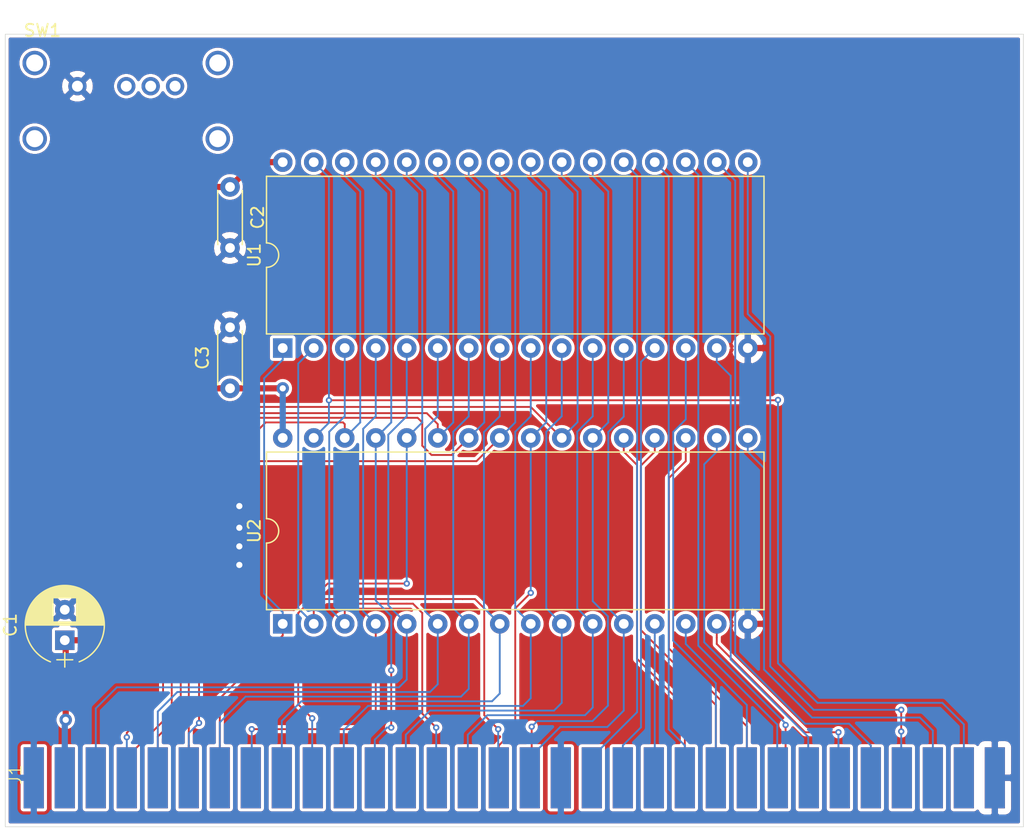
<source format=kicad_pcb>
(kicad_pcb (version 20171130) (host pcbnew "(5.1.0)-1")
  (layers (0 F.Cu signal) (31 B.Cu signal) (34 B.Paste user) (35 F.Paste user) (36 B.SilkS user) (37 F.SilkS user) (38 B.Mask user) (39 F.Mask user) (44 Edge.Cuts user))
  (net 0 "")
  (net 1 GND)
  (net 2 VCC)
  (net 3 /A8)
  (net 4 /A11)
  (net 5 /A7)
  (net 6 /A12)
  (net 7 /A6)
  (net 8 /A13)
  (net 9 /A5)
  (net 10 /A14)
  (net 11 /A4)
  (net 12 /A15)
  (net 13 /A3)
  (net 14 /A16)
  (net 15 /A2)
  (net 16 /A17)
  (net 17 /A1)
  (net 18 /D7)
  (net 19 /D0)
  (net 20 /D8)
  (net 21 /D6)
  (net 22 /D1)
  (net 23 /D9)
  (net 24 /D5)
  (net 25 /D2)
  (net 26 /D10)
  (net 27 /D4)
  (net 28 /D3)
  (net 29 /D11)
  (net 30 /~WE)
  (net 31 /A9)
  (net 32 /A10)
  (net 33 /A18)
  (net 34 /A19)
  (net 35 /~OE)
  (net 36 /~CE)
  (net 37 /D15)
  (net 38 /D14)
  (net 39 /D13)
  (net 40 /D12)
  (module Package_DIP:DIP-32_W15.24mm (layer F.Cu) (at 120.396 84.836 90)
    (fp_text reference U2 (at 7.62 -2.33 -90) (layer F.SilkS))
    (fp_text value my_SST39SF040)
    (pad 32 thru_hole oval (at 15.24 0 90) (size 1.6 1.6) (drill 0.8) (layers *.Cu *.Mask) (net 2 VCC))
    (pad 16 thru_hole oval (at 0 38.1 90) (size 1.6 1.6) (drill 0.8) (layers *.Cu *.Mask) (net 1 GND))
    (pad 31 thru_hole oval (at 15.24 2.54 90) (size 1.6 1.6) (drill 0.8) (layers *.Cu *.Mask) (net 30 /~WE))
    (pad 15 thru_hole oval (at 0 35.56 90) (size 1.6 1.6) (drill 0.8) (layers *.Cu *.Mask) (net 26 /D10))
    (pad 30 thru_hole oval (at 15.24 5.08 90) (size 1.6 1.6) (drill 0.8) (layers *.Cu *.Mask) (net 33 /A18))
    (pad 14 thru_hole oval (at 0 33.02 90) (size 1.6 1.6) (drill 0.8) (layers *.Cu *.Mask) (net 23 /D9))
    (pad 29 thru_hole oval (at 15.24 7.62 90) (size 1.6 1.6) (drill 0.8) (layers *.Cu *.Mask) (net 12 /A15))
    (pad 13 thru_hole oval (at 0 30.48 90) (size 1.6 1.6) (drill 0.8) (layers *.Cu *.Mask) (net 20 /D8))
    (pad 28 thru_hole oval (at 15.24 10.16 90) (size 1.6 1.6) (drill 0.8) (layers *.Cu *.Mask) (net 10 /A14))
    (pad 12 thru_hole oval (at 0 27.94 90) (size 1.6 1.6) (drill 0.8) (layers *.Cu *.Mask) (net 17 /A1))
    (pad 27 thru_hole oval (at 15.24 12.7 90) (size 1.6 1.6) (drill 0.8) (layers *.Cu *.Mask) (net 31 /A9))
    (pad 11 thru_hole oval (at 0 25.4 90) (size 1.6 1.6) (drill 0.8) (layers *.Cu *.Mask) (net 15 /A2))
    (pad 26 thru_hole oval (at 15.24 15.24 90) (size 1.6 1.6) (drill 0.8) (layers *.Cu *.Mask) (net 32 /A10))
    (pad 10 thru_hole oval (at 0 22.86 90) (size 1.6 1.6) (drill 0.8) (layers *.Cu *.Mask) (net 13 /A3))
    (pad 25 thru_hole oval (at 15.24 17.78 90) (size 1.6 1.6) (drill 0.8) (layers *.Cu *.Mask) (net 6 /A12))
    (pad 9 thru_hole oval (at 0 20.32 90) (size 1.6 1.6) (drill 0.8) (layers *.Cu *.Mask) (net 11 /A4))
    (pad 24 thru_hole oval (at 15.24 20.32 90) (size 1.6 1.6) (drill 0.8) (layers *.Cu *.Mask) (net 35 /~OE))
    (pad 8 thru_hole oval (at 0 17.78 90) (size 1.6 1.6) (drill 0.8) (layers *.Cu *.Mask) (net 9 /A5))
    (pad 23 thru_hole oval (at 15.24 22.86 90) (size 1.6 1.6) (drill 0.8) (layers *.Cu *.Mask) (net 4 /A11))
    (pad 7 thru_hole oval (at 0 15.24 90) (size 1.6 1.6) (drill 0.8) (layers *.Cu *.Mask) (net 7 /A6))
    (pad 22 thru_hole oval (at 15.24 25.4 90) (size 1.6 1.6) (drill 0.8) (layers *.Cu *.Mask) (net 36 /~CE))
    (pad 6 thru_hole oval (at 0 12.7 90) (size 1.6 1.6) (drill 0.8) (layers *.Cu *.Mask) (net 5 /A7))
    (pad 21 thru_hole oval (at 15.24 27.94 90) (size 1.6 1.6) (drill 0.8) (layers *.Cu *.Mask) (net 37 /D15))
    (pad 5 thru_hole oval (at 0 10.16 90) (size 1.6 1.6) (drill 0.8) (layers *.Cu *.Mask) (net 3 /A8))
    (pad 20 thru_hole oval (at 15.24 30.48 90) (size 1.6 1.6) (drill 0.8) (layers *.Cu *.Mask) (net 38 /D14))
    (pad 4 thru_hole oval (at 0 7.62 90) (size 1.6 1.6) (drill 0.8) (layers *.Cu *.Mask) (net 8 /A13))
    (pad 19 thru_hole oval (at 15.24 33.02 90) (size 1.6 1.6) (drill 0.8) (layers *.Cu *.Mask) (net 39 /D13))
    (pad 3 thru_hole oval (at 0 5.08 90) (size 1.6 1.6) (drill 0.8) (layers *.Cu *.Mask) (net 14 /A16))
    (pad 18 thru_hole oval (at 15.24 35.56 90) (size 1.6 1.6) (drill 0.8) (layers *.Cu *.Mask) (net 40 /D12))
    (pad 2 thru_hole oval (at 0 2.54 90) (size 1.6 1.6) (drill 0.8) (layers *.Cu *.Mask) (net 16 /A17))
    (pad 17 thru_hole oval (at 15.24 38.1 90) (size 1.6 1.6) (drill 0.8) (layers *.Cu *.Mask) (net 29 /D11))
    (pad 1 thru_hole rect (at 0 0 90) (size 1.6 1.6) (drill 0.8) (layers *.Cu *.Mask) (net 34 /A19))
  )
  (module Capacitors_ThroughHole:C_Disc_D4.3mm_W1.9mm_P5.00mm (layer F.Cu) (at 116.078 65.532 90)
    (fp_text reference C3 (at 2.5 -2.26 90) (layer F.SilkS))
    (fp_text value "0.1 uF")
    (pad 2 thru_hole circle (at 5 0 90) (size 1.6 1.6) (drill 0.8) (layers *.Cu *.Mask) (net 1 GND))
    (pad 1 thru_hole circle (at 0 0 90) (size 1.6 1.6) (drill 0.8) (layers *.Cu *.Mask) (net 2 VCC))
  )
  (module Capacitors_ThroughHole:C_Disc_D4.3mm_W1.9mm_P5.00mm (layer F.Cu) (at 116.078 49.022 270)
    (fp_text reference C2 (at 2.5 -2.26 270) (layer F.SilkS))
    (fp_text value "0.1 uF")
    (pad 1 thru_hole circle (at 0 0 270) (size 1.6 1.6) (drill 0.8) (layers *.Cu *.Mask) (net 2 VCC))
    (pad 2 thru_hole circle (at 5 0 270) (size 1.6 1.6) (drill 0.8) (layers *.Cu *.Mask) (net 1 GND))
  )
  (module Capacitors_ThroughHole:CP_Radial_D6.3mm_P2.50mm (layer F.Cu) (at 102.5398 86.1822 90)
    (fp_text reference C1 (at 1.25 -4.46 90) (layer F.SilkS))
    (fp_text value "47 uF")
    (pad 1 thru_hole rect (at 0 0 90) (size 1.6 1.6) (drill 0.8) (layers *.Cu *.Mask) (net 2 VCC))
    (pad 2 thru_hole circle (at 2.5 0 90) (size 1.6 1.6) (drill 0.8) (layers *.Cu *.Mask) (net 1 GND))
  )
  (module Package_DIP:DIP-32_W15.24mm (layer F.Cu) (at 120.396 62.23 90)
    (fp_text reference U1 (at 7.62 -2.33 -90) (layer F.SilkS))
    (fp_text value my_SST39SF040)
    (pad 32 thru_hole oval (at 15.24 0 90) (size 1.6 1.6) (drill 0.8) (layers *.Cu *.Mask) (net 2 VCC))
    (pad 16 thru_hole oval (at 0 38.1 90) (size 1.6 1.6) (drill 0.8) (layers *.Cu *.Mask) (net 1 GND))
    (pad 31 thru_hole oval (at 15.24 2.54 90) (size 1.6 1.6) (drill 0.8) (layers *.Cu *.Mask) (net 30 /~WE))
    (pad 15 thru_hole oval (at 0 35.56 90) (size 1.6 1.6) (drill 0.8) (layers *.Cu *.Mask) (net 25 /D2))
    (pad 30 thru_hole oval (at 15.24 5.08 90) (size 1.6 1.6) (drill 0.8) (layers *.Cu *.Mask) (net 33 /A18))
    (pad 14 thru_hole oval (at 0 33.02 90) (size 1.6 1.6) (drill 0.8) (layers *.Cu *.Mask) (net 22 /D1))
    (pad 29 thru_hole oval (at 15.24 7.62 90) (size 1.6 1.6) (drill 0.8) (layers *.Cu *.Mask) (net 12 /A15))
    (pad 13 thru_hole oval (at 0 30.48 90) (size 1.6 1.6) (drill 0.8) (layers *.Cu *.Mask) (net 19 /D0))
    (pad 28 thru_hole oval (at 15.24 10.16 90) (size 1.6 1.6) (drill 0.8) (layers *.Cu *.Mask) (net 10 /A14))
    (pad 12 thru_hole oval (at 0 27.94 90) (size 1.6 1.6) (drill 0.8) (layers *.Cu *.Mask) (net 17 /A1))
    (pad 27 thru_hole oval (at 15.24 12.7 90) (size 1.6 1.6) (drill 0.8) (layers *.Cu *.Mask) (net 31 /A9))
    (pad 11 thru_hole oval (at 0 25.4 90) (size 1.6 1.6) (drill 0.8) (layers *.Cu *.Mask) (net 15 /A2))
    (pad 26 thru_hole oval (at 15.24 15.24 90) (size 1.6 1.6) (drill 0.8) (layers *.Cu *.Mask) (net 32 /A10))
    (pad 10 thru_hole oval (at 0 22.86 90) (size 1.6 1.6) (drill 0.8) (layers *.Cu *.Mask) (net 13 /A3))
    (pad 25 thru_hole oval (at 15.24 17.78 90) (size 1.6 1.6) (drill 0.8) (layers *.Cu *.Mask) (net 6 /A12))
    (pad 9 thru_hole oval (at 0 20.32 90) (size 1.6 1.6) (drill 0.8) (layers *.Cu *.Mask) (net 11 /A4))
    (pad 24 thru_hole oval (at 15.24 20.32 90) (size 1.6 1.6) (drill 0.8) (layers *.Cu *.Mask) (net 35 /~OE))
    (pad 8 thru_hole oval (at 0 17.78 90) (size 1.6 1.6) (drill 0.8) (layers *.Cu *.Mask) (net 9 /A5))
    (pad 23 thru_hole oval (at 15.24 22.86 90) (size 1.6 1.6) (drill 0.8) (layers *.Cu *.Mask) (net 4 /A11))
    (pad 7 thru_hole oval (at 0 15.24 90) (size 1.6 1.6) (drill 0.8) (layers *.Cu *.Mask) (net 7 /A6))
    (pad 22 thru_hole oval (at 15.24 25.4 90) (size 1.6 1.6) (drill 0.8) (layers *.Cu *.Mask) (net 36 /~CE))
    (pad 6 thru_hole oval (at 0 12.7 90) (size 1.6 1.6) (drill 0.8) (layers *.Cu *.Mask) (net 5 /A7))
    (pad 21 thru_hole oval (at 15.24 27.94 90) (size 1.6 1.6) (drill 0.8) (layers *.Cu *.Mask) (net 18 /D7))
    (pad 5 thru_hole oval (at 0 10.16 90) (size 1.6 1.6) (drill 0.8) (layers *.Cu *.Mask) (net 3 /A8))
    (pad 20 thru_hole oval (at 15.24 30.48 90) (size 1.6 1.6) (drill 0.8) (layers *.Cu *.Mask) (net 21 /D6))
    (pad 4 thru_hole oval (at 0 7.62 90) (size 1.6 1.6) (drill 0.8) (layers *.Cu *.Mask) (net 8 /A13))
    (pad 19 thru_hole oval (at 15.24 33.02 90) (size 1.6 1.6) (drill 0.8) (layers *.Cu *.Mask) (net 24 /D5))
    (pad 3 thru_hole oval (at 0 5.08 90) (size 1.6 1.6) (drill 0.8) (layers *.Cu *.Mask) (net 14 /A16))
    (pad 18 thru_hole oval (at 15.24 35.56 90) (size 1.6 1.6) (drill 0.8) (layers *.Cu *.Mask) (net 27 /D4))
    (pad 2 thru_hole oval (at 0 2.54 90) (size 1.6 1.6) (drill 0.8) (layers *.Cu *.Mask) (net 16 /A17))
    (pad 17 thru_hole oval (at 15.24 38.1 90) (size 1.6 1.6) (drill 0.8) (layers *.Cu *.Mask) (net 28 /D3))
    (pad 1 thru_hole rect (at 0 0 90) (size 1.6 1.6) (drill 0.8) (layers *.Cu *.Mask) (net 34 /A19))
  )
  (module Genesis_Cart:Genesis_cart_edge_connector (layer F.Cu) (at 100 100)
    (fp_text reference J1 (at -1.524 -2.794 90) (layer F.SilkS) (effects (font (thickness 0.1))))
    (fp_text value edge_connector)
    (pad a1 connect rect (at 0 -2.54) (size 1.65 5) (layers B.Cu F.Mask) (net 1 GND))
    (pad a2 connect rect (at 2.54 -2.54) (size 1.65 5) (layers B.Cu F.Mask) (net 2 VCC))
    (pad a3 connect rect (at 5.08 -2.54) (size 1.65 5) (layers B.Cu F.Mask) (net 3 /A8))
    (pad a4 connect rect (at 7.62 -2.54) (size 1.65 5) (layers B.Cu F.Mask) (net 4 /A11))
    (pad a5 connect rect (at 10.16 -2.54) (size 1.65 5) (layers B.Cu F.Mask) (net 5 /A7))
    (pad a6 connect rect (at 12.7 -2.54) (size 1.65 5) (layers B.Cu F.Mask) (net 6 /A12))
    (pad a7 connect rect (at 15.24 -2.54) (size 1.65 5) (layers B.Cu F.Mask) (net 7 /A6))
    (pad a8 connect rect (at 17.78 -2.54) (size 1.65 5) (layers B.Cu F.Mask) (net 8 /A13))
    (pad a9 connect rect (at 20.32 -2.54) (size 1.65 5) (layers B.Cu F.Mask) (net 9 /A5))
    (pad a10 connect rect (at 22.86 -2.54) (size 1.65 5) (layers B.Cu F.Mask) (net 10 /A14))
    (pad a11 connect rect (at 25.4 -2.54) (size 1.65 5) (layers B.Cu F.Mask) (net 11 /A4))
    (pad a12 connect rect (at 27.94 -2.54) (size 1.65 5) (layers B.Cu F.Mask) (net 12 /A15))
    (pad a13 connect rect (at 30.48 -2.54) (size 1.65 5) (layers B.Cu F.Mask) (net 13 /A3))
    (pad a14 connect rect (at 33.02 -2.54) (size 1.65 5) (layers B.Cu F.Mask) (net 14 /A16))
    (pad a15 connect rect (at 35.56 -2.54) (size 1.65 5) (layers B.Cu F.Mask) (net 15 /A2))
    (pad a16 connect rect (at 38.1 -2.54) (size 1.65 5) (layers B.Cu F.Mask) (net 16 /A17))
    (pad a17 connect rect (at 40.64 -2.54) (size 1.65 5) (layers B.Cu F.Mask) (net 17 /A1))
    (pad a18 connect rect (at 43.18 -2.54) (size 1.65 5) (layers B.Cu F.Mask) (net 1 GND))
    (pad a19 connect rect (at 45.72 -2.54) (size 1.65 5) (layers B.Cu F.Mask) (net 18 /D7))
    (pad a20 connect rect (at 48.26 -2.54) (size 1.65 5) (layers B.Cu F.Mask) (net 19 /D0))
    (pad a21 connect rect (at 50.8 -2.54) (size 1.65 5) (layers B.Cu F.Mask) (net 20 /D8))
    (pad a22 connect rect (at 53.34 -2.54) (size 1.65 5) (layers B.Cu F.Mask) (net 21 /D6))
    (pad a23 connect rect (at 55.88 -2.54) (size 1.65 5) (layers B.Cu F.Mask) (net 22 /D1))
    (pad a24 connect rect (at 58.42 -2.54) (size 1.65 5) (layers B.Cu F.Mask) (net 23 /D9))
    (pad a25 connect rect (at 60.96 -2.54) (size 1.65 5) (layers B.Cu F.Mask) (net 24 /D5))
    (pad a26 connect rect (at 63.5 -2.54) (size 1.65 5) (layers B.Cu F.Mask) (net 25 /D2))
    (pad a27 connect rect (at 66.04 -2.54) (size 1.65 5) (layers B.Cu F.Mask) (net 26 /D10))
    (pad a28 connect rect (at 68.58 -2.54) (size 1.65 5) (layers B.Cu F.Mask) (net 27 /D4))
    (pad a29 connect rect (at 71.12 -2.54) (size 1.65 5) (layers B.Cu F.Mask) (net 28 /D3))
    (pad a30 connect rect (at 73.66 -2.54) (size 1.65 5) (layers B.Cu F.Mask) (net 29 /D11))
    (pad a31 connect rect (at 76.2 -2.54) (size 1.65 5) (layers B.Cu F.Mask) (net 30 /~WE))
    (pad a32 connect rect (at 78.74 -2.54) (size 1.65 5) (layers B.Cu F.Mask) (net 1 GND))
    (pad b1 connect rect (at 0 -2.54) (size 1.65 5) (layers F.Cu F.Mask))
    (pad b2 connect rect (at 2.54 -2.54) (size 1.65 5) (layers F.Cu F.Mask))
    (pad b3 connect rect (at 5.08 -2.54) (size 1.65 5) (layers F.Cu F.Mask))
    (pad b4 connect rect (at 7.62 -2.54) (size 1.65 5) (layers F.Cu F.Mask) (net 31 /A9))
    (pad b5 connect rect (at 10.16 -2.54) (size 1.65 5) (layers F.Cu F.Mask) (net 32 /A10))
    (pad b6 connect rect (at 12.7 -2.54) (size 1.65 5) (layers F.Cu F.Mask) (net 33 /A18))
    (pad b7 connect rect (at 15.24 -2.54) (size 1.65 5) (layers F.Cu F.Mask) (net 34 /A19))
    (pad b8 connect rect (at 17.78 -2.54) (size 1.65 5) (layers F.Cu F.Mask))
    (pad b9 connect rect (at 20.32 -2.54) (size 1.65 5) (layers F.Cu F.Mask))
    (pad b10 connect rect (at 22.86 -2.54) (size 1.65 5) (layers F.Cu F.Mask))
    (pad b11 connect rect (at 25.4 -2.54) (size 1.65 5) (layers F.Cu F.Mask))
    (pad b12 connect rect (at 27.94 -2.54) (size 1.65 5) (layers F.Cu F.Mask))
    (pad b13 connect rect (at 30.48 -2.54) (size 1.65 5) (layers F.Cu F.Mask))
    (pad b14 connect rect (at 33.02 -2.54) (size 1.65 5) (layers F.Cu F.Mask))
    (pad b15 connect rect (at 35.56 -2.54) (size 1.65 5) (layers F.Cu F.Mask))
    (pad b16 connect rect (at 38.1 -2.54) (size 1.65 5) (layers F.Cu F.Mask) (net 35 /~OE))
    (pad b17 connect rect (at 40.64 -2.54) (size 1.65 5) (layers F.Cu F.Mask) (net 36 /~CE))
    (pad b18 connect rect (at 43.18 -2.54) (size 1.65 5) (layers F.Cu F.Mask))
    (pad b19 connect rect (at 45.72 -2.54) (size 1.65 5) (layers F.Cu F.Mask))
    (pad b20 connect rect (at 48.26 -2.54) (size 1.65 5) (layers F.Cu F.Mask))
    (pad b21 connect rect (at 50.8 -2.54) (size 1.65 5) (layers F.Cu F.Mask))
    (pad b22 connect rect (at 53.34 -2.54) (size 1.65 5) (layers F.Cu F.Mask) (net 37 /D15))
    (pad b23 connect rect (at 55.88 -2.54) (size 1.65 5) (layers F.Cu F.Mask) (net 38 /D14))
    (pad b24 connect rect (at 58.42 -2.54) (size 1.65 5) (layers F.Cu F.Mask) (net 39 /D13))
    (pad b25 connect rect (at 60.96 -2.54) (size 1.65 5) (layers F.Cu F.Mask) (net 40 /D12))
    (pad b26 connect rect (at 63.5 -2.54) (size 1.65 5) (layers F.Cu F.Mask))
    (pad b27 connect rect (at 66.04 -2.54) (size 1.65 5) (layers F.Cu F.Mask))
    (pad b28 connect rect (at 68.58 -2.54) (size 1.65 5) (layers F.Cu F.Mask))
    (pad b29 connect rect (at 71.12 -2.54) (size 1.65 5) (layers F.Cu F.Mask))
    (pad b30 connect rect (at 73.66 -2.54) (size 1.65 5) (layers F.Cu F.Mask))
    (pad b31 connect rect (at 76.2 -2.54) (size 1.65 5) (layers F.Cu F.Mask))
    (pad b32 connect rect (at 78.74 -2.54) (size 1.65 5) (layers F.Cu F.Mask) (net 1 GND))
  )
  (module Genesis_Cart:MHS_133_Series_Switch (layer F.Cu) (at 100.076 38.862)
    (fp_text reference SW1 (at 0.635 -2.667) (layer F.SilkS))
    (fp_text value my_SW_SP3T)
    (pad "" thru_hole circle (at 0 0) (size 2 2) (drill 1.4) (layers *.Cu *.Mask))
    (pad "" thru_hole circle (at 0 6.2) (size 2 2) (drill 1.4) (layers *.Cu *.Mask))
    (pad "" thru_hole circle (at 15 6.2) (size 2 2) (drill 1.4) (layers *.Cu *.Mask))
    (pad "" thru_hole circle (at 15 0) (size 2 2) (drill 1.4) (layers *.Cu *.Mask))
    (pad 1 thru_hole circle (at 3.5 1.9) (size 1.5 1.5) (drill 0.9) (layers *.Cu *.Mask) (net 1 GND))
    (pad 2 thru_hole circle (at 7.5 1.9) (size 1.5 1.5) (drill 0.9) (layers *.Cu *.Mask) (net 34 /A19))
    (pad 3 thru_hole circle (at 9.5 1.9) (size 1.5 1.5) (drill 0.9) (layers *.Cu *.Mask) (net 34 /A19))
    (pad 4 thru_hole circle (at 11.5 1.9) (size 1.5 1.5) (drill 0.9) (layers *.Cu *.Mask) (net 2 VCC))
  )
  (gr_line (start 97.663 36.4998) (end 181.0766 36.4998) (layer Edge.Cuts) (width 0.05))
  (gr_line (start 181.0766 101.473) (end 181.0766 36.4998) (layer Edge.Cuts) (width 0.05))
  (gr_line (start 97.663 101.473) (end 181.0766 101.473) (layer Edge.Cuts) (width 0.05))
  (gr_line (start 97.663 101.473) (end 97.663 36.4998) (layer Edge.Cuts) (width 0.05))
  (via (at 116.84 78.486) (size 1.016) (drill 0.508) (layers F.Cu B.Cu) (net 1))
  (via (at 116.84 80.01) (size 1.016) (drill 0.508) (layers F.Cu B.Cu) (net 1))
  (via (at 116.84 76.962) (size 1.016) (drill 0.508) (layers F.Cu B.Cu) (net 1))
  (via (at 116.84 75.184) (size 1.016) (drill 0.508) (layers F.Cu B.Cu) (net 1))
  (via (at 102.616 92.71) (size 1.016) (drill 0.508) (layers F.Cu B.Cu) (net 2))
  (segment (start 102.54 97.46) (end 102.54 92.786) (width 0.508) (layer B.Cu) (net 2))
  (segment (start 102.54 92.786) (end 102.616 92.71) (width 0.508) (layer B.Cu) (net 2))
  (segment (start 102.616 86.2584) (end 102.5398 86.1822) (width 0.508) (layer F.Cu) (net 2))
  (segment (start 102.616 92.71) (end 102.616 86.2584) (width 0.508) (layer F.Cu) (net 2))
  (via (at 120.396 65.532) (size 1.016) (drill 0.508) (layers F.Cu B.Cu) (net 2))
  (segment (start 120.396 69.596) (end 120.396 65.532) (width 0.508) (layer B.Cu) (net 2))
  (segment (start 120.396 65.532) (end 116.078 65.532) (width 0.508) (layer F.Cu) (net 2))
  (segment (start 116.078 65.532) (end 113.538 65.532) (width 0.508) (layer F.Cu) (net 2))
  (segment (start 118.11 46.99) (end 116.078 49.022) (width 0.508) (layer F.Cu) (net 2))
  (segment (start 120.396 46.99) (end 118.11 46.99) (width 0.508) (layer F.Cu) (net 2))
  (segment (start 113.538 50.43063) (end 113.538 51.054) (width 0.508) (layer F.Cu) (net 2))
  (segment (start 114.94663 49.022) (end 113.538 50.43063) (width 0.508) (layer F.Cu) (net 2))
  (segment (start 116.078 49.022) (end 114.94663 49.022) (width 0.508) (layer F.Cu) (net 2))
  (segment (start 113.538 51.054) (end 113.538 65.532) (width 0.508) (layer F.Cu) (net 2))
  (segment (start 103.8478 86.1822) (end 102.5398 86.1822) (width 0.508) (layer F.Cu) (net 2))
  (segment (start 104.648 85.382) (end 103.8478 86.1822) (width 0.508) (layer F.Cu) (net 2))
  (segment (start 104.648 78.7908) (end 104.648 85.382) (width 0.508) (layer F.Cu) (net 2))
  (segment (start 113.538 65.532) (end 113.538 69.9008) (width 0.508) (layer F.Cu) (net 2))
  (segment (start 113.538 69.9008) (end 104.648 78.7908) (width 0.508) (layer F.Cu) (net 2))
  (segment (start 105.0925 97.4475) (end 105.08 97.46) (width 0.1524) (layer B.Cu) (net 3))
  (segment (start 129.756001 84.036001) (end 130.556 84.836) (width 0.1524) (layer B.Cu) (net 3))
  (segment (start 129.044601 83.324601) (end 129.756001 84.036001) (width 0.1524) (layer B.Cu) (net 3))
  (segment (start 129.044601 69.329399) (end 129.044601 83.324601) (width 0.1524) (layer B.Cu) (net 3))
  (segment (start 130.556 67.818) (end 129.044601 69.329399) (width 0.1524) (layer B.Cu) (net 3))
  (segment (start 130.556 62.23) (end 130.556 67.818) (width 0.1524) (layer B.Cu) (net 3))
  (segment (start 105.08 91.77) (end 105.08 97.46) (width 0.1524) (layer B.Cu) (net 3))
  (segment (start 106.807 90.043) (end 105.08 91.77) (width 0.1524) (layer B.Cu) (net 3))
  (segment (start 129.921 90.043) (end 106.807 90.043) (width 0.1524) (layer B.Cu) (net 3))
  (segment (start 130.556 84.836) (end 130.556 89.408) (width 0.1524) (layer B.Cu) (net 3))
  (segment (start 130.556 89.408) (end 129.921 90.043) (width 0.1524) (layer B.Cu) (net 3))
  (segment (start 143.256 48.12137) (end 144.5514 49.41677) (width 0.1524) (layer B.Cu) (net 4))
  (segment (start 143.256 46.99) (end 143.256 48.12137) (width 0.1524) (layer B.Cu) (net 4))
  (segment (start 144.5514 68.3006) (end 143.256 69.596) (width 0.1524) (layer B.Cu) (net 4))
  (segment (start 144.5514 49.41677) (end 144.5514 68.3006) (width 0.1524) (layer B.Cu) (net 4))
  (via (at 107.6198 94.1324) (size 0.508) (drill 0.254) (layers F.Cu B.Cu) (net 4))
  (segment (start 107.62 94.1326) (end 107.6198 94.1324) (width 0.1524) (layer B.Cu) (net 4))
  (segment (start 107.62 97.46) (end 107.62 94.1326) (width 0.1524) (layer B.Cu) (net 4))
  (segment (start 107.6198 93.77319) (end 107.6198 94.1324) (width 0.1524) (layer F.Cu) (net 4))
  (segment (start 110.5916 90.80139) (end 107.6198 93.77319) (width 0.1524) (layer F.Cu) (net 4))
  (segment (start 110.5916 74.0664) (end 110.5916 90.80139) (width 0.1524) (layer F.Cu) (net 4))
  (segment (start 117.602 67.056) (end 110.5916 74.0664) (width 0.1524) (layer F.Cu) (net 4))
  (segment (start 143.256 69.596) (end 140.716 67.056) (width 0.1524) (layer F.Cu) (net 4))
  (segment (start 140.716 67.056) (end 117.602 67.056) (width 0.1524) (layer F.Cu) (net 4))
  (segment (start 110.1725 97.4475) (end 110.16 97.46) (width 0.1524) (layer B.Cu) (net 5))
  (segment (start 110.16 92.024) (end 110.16 97.46) (width 0.1524) (layer B.Cu) (net 5))
  (segment (start 111.76 90.424) (end 110.16 92.024) (width 0.1524) (layer B.Cu) (net 5))
  (segment (start 132.461 90.424) (end 111.76 90.424) (width 0.1524) (layer B.Cu) (net 5))
  (segment (start 133.096 84.836) (end 133.096 89.789) (width 0.1524) (layer B.Cu) (net 5))
  (segment (start 133.096 89.789) (end 132.461 90.424) (width 0.1524) (layer B.Cu) (net 5))
  (segment (start 133.096 67.818) (end 132.067399 68.846601) (width 0.1524) (layer B.Cu) (net 5))
  (segment (start 133.096 62.23) (end 133.096 67.818) (width 0.1524) (layer B.Cu) (net 5))
  (segment (start 132.067399 68.846601) (end 132.067399 83.807399) (width 0.1524) (layer B.Cu) (net 5))
  (segment (start 132.067399 83.807399) (end 132.296001 84.036001) (width 0.1524) (layer B.Cu) (net 5))
  (segment (start 132.296001 84.036001) (end 133.096 84.836) (width 0.1524) (layer B.Cu) (net 5))
  (segment (start 138.176 48.12137) (end 139.446 49.39137) (width 0.1524) (layer B.Cu) (net 6))
  (segment (start 138.176 46.99) (end 138.176 48.12137) (width 0.1524) (layer B.Cu) (net 6))
  (segment (start 139.446 68.326) (end 138.176 69.596) (width 0.1524) (layer B.Cu) (net 6))
  (segment (start 139.446 49.39137) (end 139.446 68.326) (width 0.1524) (layer B.Cu) (net 6))
  (segment (start 136.271 71.501) (end 117.475 71.501) (width 0.1524) (layer F.Cu) (net 6))
  (segment (start 138.176 69.596) (end 136.271 71.501) (width 0.1524) (layer F.Cu) (net 6))
  (segment (start 117.475 71.501) (end 117.094 71.501) (width 0.1524) (layer F.Cu) (net 6))
  (via (at 113.538 92.964) (size 0.508) (drill 0.254) (layers F.Cu B.Cu) (net 6))
  (segment (start 117.094 71.501) (end 113.538 75.057) (width 0.1524) (layer F.Cu) (net 6))
  (segment (start 113.538 75.057) (end 113.538 92.964) (width 0.1524) (layer F.Cu) (net 6))
  (segment (start 112.7 93.802) (end 112.7 97.46) (width 0.1524) (layer B.Cu) (net 6))
  (segment (start 113.538 92.964) (end 112.7 93.802) (width 0.1524) (layer B.Cu) (net 6))
  (segment (start 135.636 62.23) (end 135.636 67.818) (width 0.1524) (layer B.Cu) (net 7))
  (segment (start 135.636 67.818) (end 134.366 69.088) (width 0.1524) (layer B.Cu) (net 7))
  (segment (start 134.366 83.566) (end 135.636 84.836) (width 0.1524) (layer B.Cu) (net 7))
  (segment (start 134.366 69.088) (end 134.366 83.566) (width 0.1524) (layer B.Cu) (net 7))
  (segment (start 115.24 92.913) (end 115.24 97.46) (width 0.1524) (layer B.Cu) (net 7))
  (segment (start 117.348 90.805) (end 115.24 92.913) (width 0.1524) (layer B.Cu) (net 7))
  (segment (start 135.001 90.805) (end 117.348 90.805) (width 0.1524) (layer B.Cu) (net 7))
  (segment (start 135.636 84.836) (end 135.636 90.17) (width 0.1524) (layer B.Cu) (net 7))
  (segment (start 135.636 90.17) (end 135.001 90.805) (width 0.1524) (layer B.Cu) (net 7))
  (segment (start 117.7798 97.4598) (end 117.78 97.46) (width 0.1524) (layer B.Cu) (net 8))
  (segment (start 127.216001 84.036001) (end 128.016 84.836) (width 0.1524) (layer B.Cu) (net 8))
  (segment (start 126.987399 83.807399) (end 127.216001 84.036001) (width 0.1524) (layer B.Cu) (net 8))
  (segment (start 126.987399 68.846601) (end 126.987399 83.807399) (width 0.1524) (layer B.Cu) (net 8))
  (segment (start 128.016 67.818) (end 126.987399 68.846601) (width 0.1524) (layer B.Cu) (net 8))
  (segment (start 128.016 62.23) (end 128.016 67.818) (width 0.1524) (layer B.Cu) (net 8))
  (segment (start 128.016 84.836) (end 128.016 85.96737) (width 0.1524) (layer F.Cu) (net 8))
  (segment (start 128.016 85.96737) (end 128.016 91.948) (width 0.1524) (layer F.Cu) (net 8))
  (segment (start 128.016 91.948) (end 128.016 92.202) (width 0.1524) (layer F.Cu) (net 8))
  (segment (start 128.016 92.202) (end 126.746 93.472) (width 0.1524) (layer F.Cu) (net 8))
  (segment (start 126.746 93.472) (end 118.872 93.472) (width 0.1524) (layer F.Cu) (net 8))
  (via (at 117.856 93.472) (size 0.508) (drill 0.254) (layers F.Cu B.Cu) (net 8))
  (segment (start 118.872 93.472) (end 117.856 93.472) (width 0.1524) (layer F.Cu) (net 8))
  (segment (start 117.856 97.384) (end 117.78 97.46) (width 0.1524) (layer B.Cu) (net 8))
  (segment (start 117.856 93.472) (end 117.856 97.384) (width 0.1524) (layer B.Cu) (net 8))
  (segment (start 136.8806 83.5406) (end 138.176 84.836) (width 0.1524) (layer B.Cu) (net 9))
  (segment (start 136.8806 69.1134) (end 136.8806 83.5406) (width 0.1524) (layer B.Cu) (net 9))
  (segment (start 138.176 62.23) (end 138.176 67.818) (width 0.1524) (layer B.Cu) (net 9))
  (segment (start 138.176 67.818) (end 136.8806 69.1134) (width 0.1524) (layer B.Cu) (net 9))
  (segment (start 120.32 92.786) (end 120.32 97.46) (width 0.1524) (layer B.Cu) (net 9))
  (segment (start 121.92 91.186) (end 120.32 92.786) (width 0.1524) (layer B.Cu) (net 9))
  (segment (start 137.541 91.186) (end 121.92 91.186) (width 0.1524) (layer B.Cu) (net 9))
  (segment (start 138.176 84.836) (end 138.176 90.551) (width 0.1524) (layer B.Cu) (net 9))
  (segment (start 138.176 90.551) (end 137.541 91.186) (width 0.1524) (layer B.Cu) (net 9))
  (segment (start 130.556 48.12137) (end 131.826 49.39137) (width 0.1524) (layer B.Cu) (net 10))
  (segment (start 130.556 46.99) (end 130.556 48.12137) (width 0.1524) (layer B.Cu) (net 10))
  (segment (start 131.826 68.326) (end 130.556 69.596) (width 0.1524) (layer B.Cu) (net 10))
  (segment (start 131.826 49.39137) (end 131.826 68.326) (width 0.1524) (layer B.Cu) (net 10))
  (segment (start 130.556 69.596) (end 130.556 74.549) (width 0.1524) (layer B.Cu) (net 10))
  (segment (start 130.556 74.549) (end 130.556 81.153) (width 0.1524) (layer B.Cu) (net 10))
  (via (at 130.556 81.534) (size 0.508) (drill 0.254) (layers F.Cu B.Cu) (net 10))
  (segment (start 130.556 81.153) (end 130.556 81.534) (width 0.1524) (layer B.Cu) (net 10))
  (segment (start 130.556 81.534) (end 124.079 81.534) (width 0.1524) (layer F.Cu) (net 10))
  (segment (start 124.079 81.534) (end 121.666 83.947) (width 0.1524) (layer F.Cu) (net 10))
  (via (at 122.809 92.583) (size 0.508) (drill 0.254) (layers F.Cu B.Cu) (net 10))
  (segment (start 121.666 83.947) (end 121.666 91.44) (width 0.1524) (layer F.Cu) (net 10))
  (segment (start 121.666 91.44) (end 122.809 92.583) (width 0.1524) (layer F.Cu) (net 10))
  (segment (start 122.809 97.409) (end 122.86 97.46) (width 0.1524) (layer B.Cu) (net 10))
  (segment (start 122.809 92.583) (end 122.809 97.409) (width 0.1524) (layer B.Cu) (net 10))
  (segment (start 139.446 83.566) (end 140.716 84.836) (width 0.1524) (layer B.Cu) (net 11))
  (segment (start 139.446 69.088) (end 139.446 83.566) (width 0.1524) (layer B.Cu) (net 11))
  (segment (start 140.716 62.23) (end 140.716 67.818) (width 0.1524) (layer B.Cu) (net 11))
  (segment (start 140.716 67.818) (end 139.446 69.088) (width 0.1524) (layer B.Cu) (net 11))
  (segment (start 125.4 93.548) (end 125.4 97.46) (width 0.1524) (layer B.Cu) (net 11))
  (segment (start 127.381 91.567) (end 125.4 93.548) (width 0.1524) (layer B.Cu) (net 11))
  (segment (start 140.081 91.567) (end 127.381 91.567) (width 0.1524) (layer B.Cu) (net 11))
  (segment (start 140.716 84.836) (end 140.716 90.932) (width 0.1524) (layer B.Cu) (net 11))
  (segment (start 140.716 90.932) (end 140.081 91.567) (width 0.1524) (layer B.Cu) (net 11))
  (segment (start 128.016 48.12137) (end 129.286 49.39137) (width 0.1524) (layer B.Cu) (net 12))
  (segment (start 128.016 46.99) (end 128.016 48.12137) (width 0.1524) (layer B.Cu) (net 12))
  (segment (start 129.286 68.326) (end 128.016 69.596) (width 0.1524) (layer B.Cu) (net 12))
  (segment (start 129.286 49.39137) (end 129.286 68.326) (width 0.1524) (layer B.Cu) (net 12))
  (segment (start 128.016 69.596) (end 128.016 81.407) (width 0.1524) (layer B.Cu) (net 12))
  (segment (start 128.016 81.407) (end 128.016 82.931) (width 0.1524) (layer B.Cu) (net 12))
  (segment (start 128.016 82.931) (end 129.286 84.201) (width 0.1524) (layer B.Cu) (net 12))
  (via (at 129.286 88.646) (size 0.508) (drill 0.254) (layers F.Cu B.Cu) (net 12))
  (segment (start 129.286 84.201) (end 129.286 88.646) (width 0.1524) (layer B.Cu) (net 12))
  (via (at 129.286 93.345) (size 0.508) (drill 0.254) (layers F.Cu B.Cu) (net 12))
  (segment (start 129.286 88.646) (end 129.286 92.377518) (width 0.1524) (layer F.Cu) (net 12))
  (segment (start 129.286 92.377518) (end 129.286 93.345) (width 0.1524) (layer F.Cu) (net 12))
  (segment (start 127.94 94.8076) (end 127.94 97.46) (width 0.1524) (layer B.Cu) (net 12))
  (segment (start 127.94 94.33179) (end 127.94 94.8076) (width 0.1524) (layer B.Cu) (net 12))
  (segment (start 128.92679 93.345) (end 127.94 94.33179) (width 0.1524) (layer B.Cu) (net 12))
  (segment (start 129.286 93.345) (end 128.92679 93.345) (width 0.1524) (layer B.Cu) (net 12))
  (segment (start 141.986 83.566) (end 143.256 84.836) (width 0.1524) (layer B.Cu) (net 13))
  (segment (start 141.986 69.088) (end 141.986 83.566) (width 0.1524) (layer B.Cu) (net 13))
  (segment (start 143.256 62.23) (end 143.256 67.818) (width 0.1524) (layer B.Cu) (net 13))
  (segment (start 143.256 67.818) (end 141.986 69.088) (width 0.1524) (layer B.Cu) (net 13))
  (segment (start 130.48 93.929) (end 130.48 97.46) (width 0.1524) (layer B.Cu) (net 13))
  (segment (start 132.461 91.948) (end 130.48 93.929) (width 0.1524) (layer B.Cu) (net 13))
  (segment (start 142.621 91.948) (end 132.461 91.948) (width 0.1524) (layer B.Cu) (net 13))
  (segment (start 143.256 84.836) (end 143.256 91.313) (width 0.1524) (layer B.Cu) (net 13))
  (segment (start 143.256 91.313) (end 142.621 91.948) (width 0.1524) (layer B.Cu) (net 13))
  (segment (start 124.206 83.566) (end 125.476 84.836) (width 0.1524) (layer B.Cu) (net 14))
  (segment (start 124.206 69.088) (end 124.206 83.566) (width 0.1524) (layer B.Cu) (net 14))
  (segment (start 125.476 62.23) (end 125.476 67.818) (width 0.1524) (layer B.Cu) (net 14))
  (segment (start 125.476 67.818) (end 124.206 69.088) (width 0.1524) (layer B.Cu) (net 14))
  (segment (start 125.476 83.70463) (end 125.99563 83.185) (width 0.1524) (layer F.Cu) (net 14))
  (segment (start 125.476 84.836) (end 125.476 83.70463) (width 0.1524) (layer F.Cu) (net 14))
  (segment (start 125.99563 83.185) (end 130.556 83.185) (width 0.1524) (layer F.Cu) (net 14))
  (segment (start 130.556 83.185) (end 131.064 83.185) (width 0.1524) (layer F.Cu) (net 14))
  (segment (start 131.064 83.185) (end 131.826 83.947) (width 0.1524) (layer F.Cu) (net 14))
  (via (at 132.969 93.345) (size 0.508) (drill 0.254) (layers F.Cu B.Cu) (net 14))
  (segment (start 131.826 83.947) (end 131.826 92.202) (width 0.1524) (layer F.Cu) (net 14))
  (segment (start 131.826 92.202) (end 132.969 93.345) (width 0.1524) (layer F.Cu) (net 14))
  (segment (start 132.969 97.409) (end 133.02 97.46) (width 0.1524) (layer B.Cu) (net 14))
  (segment (start 132.969 93.345) (end 132.969 97.409) (width 0.1524) (layer B.Cu) (net 14))
  (segment (start 144.526 83.566) (end 145.796 84.836) (width 0.1524) (layer B.Cu) (net 15))
  (segment (start 144.526 69.088) (end 144.526 83.566) (width 0.1524) (layer B.Cu) (net 15))
  (segment (start 145.796 62.23) (end 145.796 67.818) (width 0.1524) (layer B.Cu) (net 15))
  (segment (start 145.796 67.818) (end 144.526 69.088) (width 0.1524) (layer B.Cu) (net 15))
  (segment (start 135.56 93.929) (end 135.56 97.46) (width 0.1524) (layer B.Cu) (net 15))
  (segment (start 137.16 92.329) (end 135.56 93.929) (width 0.1524) (layer B.Cu) (net 15))
  (segment (start 145.161 92.329) (end 137.16 92.329) (width 0.1524) (layer B.Cu) (net 15))
  (segment (start 145.796 84.836) (end 145.796 91.694) (width 0.1524) (layer B.Cu) (net 15))
  (segment (start 145.796 91.694) (end 145.161 92.329) (width 0.1524) (layer B.Cu) (net 15))
  (segment (start 122.936 62.23) (end 121.666 63.5) (width 0.1524) (layer B.Cu) (net 16))
  (segment (start 121.666 83.566) (end 122.936 84.836) (width 0.1524) (layer B.Cu) (net 16))
  (segment (start 121.666 63.5) (end 121.666 83.566) (width 0.1524) (layer B.Cu) (net 16))
  (segment (start 122.936 83.70463) (end 123.83663 82.804) (width 0.1524) (layer F.Cu) (net 16))
  (segment (start 122.936 84.836) (end 122.936 83.70463) (width 0.1524) (layer F.Cu) (net 16))
  (segment (start 123.83663 82.804) (end 133.35 82.804) (width 0.1524) (layer F.Cu) (net 16))
  (segment (start 133.35 82.804) (end 135.12633 82.804) (width 0.1524) (layer F.Cu) (net 16))
  (segment (start 135.12633 82.804) (end 136.144 82.804) (width 0.1524) (layer F.Cu) (net 16))
  (segment (start 136.144 82.804) (end 136.906 83.566) (width 0.1524) (layer F.Cu) (net 16))
  (via (at 138.049 93.472) (size 0.508) (drill 0.254) (layers F.Cu B.Cu) (net 16))
  (segment (start 136.906 83.566) (end 136.906 92.329) (width 0.1524) (layer F.Cu) (net 16))
  (segment (start 136.906 92.329) (end 138.049 93.472) (width 0.1524) (layer F.Cu) (net 16))
  (segment (start 138.049 97.409) (end 138.1 97.46) (width 0.1524) (layer B.Cu) (net 16))
  (segment (start 138.049 93.472) (end 138.049 97.409) (width 0.1524) (layer B.Cu) (net 16))
  (segment (start 147.066 83.566) (end 148.336 84.836) (width 0.1524) (layer B.Cu) (net 17))
  (segment (start 147.066 69.1134) (end 147.066 83.566) (width 0.1524) (layer B.Cu) (net 17))
  (segment (start 148.336 62.23) (end 148.336 67.8434) (width 0.1524) (layer B.Cu) (net 17))
  (segment (start 148.336 67.8434) (end 147.066 69.1134) (width 0.1524) (layer B.Cu) (net 17))
  (segment (start 140.64 95.785) (end 140.64 97.46) (width 0.1524) (layer B.Cu) (net 17))
  (segment (start 143.1308 93.2942) (end 140.64 95.785) (width 0.1524) (layer B.Cu) (net 17))
  (segment (start 146.9898 93.2942) (end 143.1308 93.2942) (width 0.1524) (layer B.Cu) (net 17))
  (segment (start 148.336 84.836) (end 148.336 91.948) (width 0.1524) (layer B.Cu) (net 17))
  (segment (start 148.336 91.948) (end 146.9898 93.2942) (width 0.1524) (layer B.Cu) (net 17))
  (segment (start 145.7198 97.4598) (end 145.72 97.46) (width 0.1524) (layer B.Cu) (net 18))
  (segment (start 149.428189 92.076811) (end 145.72 95.785) (width 0.1524) (layer B.Cu) (net 18))
  (segment (start 145.72 95.785) (end 145.72 97.46) (width 0.1524) (layer B.Cu) (net 18))
  (segment (start 148.336 46.99) (end 149.428189 48.082189) (width 0.1524) (layer B.Cu) (net 18))
  (segment (start 149.428189 48.082189) (end 149.428189 92.076811) (width 0.1524) (layer B.Cu) (net 18))
  (segment (start 148.26 94.8076) (end 148.26 97.46) (width 0.1524) (layer B.Cu) (net 19))
  (segment (start 150.876 62.23) (end 149.746399 63.359601) (width 0.1524) (layer B.Cu) (net 19))
  (segment (start 149.746399 93.321201) (end 148.26 94.8076) (width 0.1524) (layer B.Cu) (net 19))
  (segment (start 149.746399 63.359601) (end 149.746399 93.321201) (width 0.1524) (layer B.Cu) (net 19))
  (segment (start 150.876 97.384) (end 150.8 97.46) (width 0.1524) (layer B.Cu) (net 20))
  (segment (start 150.876 84.836) (end 150.876 97.384) (width 0.1524) (layer B.Cu) (net 20))
  (segment (start 153.34 94.8076) (end 152.019 93.4866) (width 0.1524) (layer B.Cu) (net 21))
  (segment (start 153.34 97.46) (end 153.34 94.8076) (width 0.1524) (layer B.Cu) (net 21))
  (segment (start 152.019 48.133) (end 150.876 46.99) (width 0.1524) (layer B.Cu) (net 21))
  (segment (start 152.019 93.4866) (end 152.019 48.133) (width 0.1524) (layer B.Cu) (net 21))
  (segment (start 153.416 68.07367) (end 152.387399 69.102271) (width 0.1524) (layer B.Cu) (net 22))
  (segment (start 153.416 62.23) (end 153.416 68.07367) (width 0.1524) (layer B.Cu) (net 22))
  (segment (start 152.387399 69.102271) (end 152.387399 86.220399) (width 0.1524) (layer B.Cu) (net 22))
  (segment (start 152.387399 86.220399) (end 155.88 89.713) (width 0.1524) (layer B.Cu) (net 22))
  (segment (start 155.88 89.713) (end 155.88 97.46) (width 0.1524) (layer B.Cu) (net 22))
  (segment (start 158.42 91.491) (end 158.42 97.46) (width 0.1524) (layer B.Cu) (net 23))
  (segment (start 153.416 84.836) (end 153.416 86.487) (width 0.1524) (layer B.Cu) (net 23))
  (segment (start 153.416 86.487) (end 158.42 91.491) (width 0.1524) (layer B.Cu) (net 23))
  (segment (start 160.96 95.785) (end 160.909 95.734) (width 0.1524) (layer B.Cu) (net 24))
  (segment (start 160.96 97.46) (end 160.96 95.785) (width 0.1524) (layer B.Cu) (net 24))
  (segment (start 160.909 95.734) (end 160.909 93.091) (width 0.1524) (layer B.Cu) (net 24))
  (segment (start 154.215999 47.789999) (end 153.416 46.99) (width 0.1524) (layer B.Cu) (net 24))
  (segment (start 154.444601 48.018601) (end 154.215999 47.789999) (width 0.1524) (layer B.Cu) (net 24))
  (segment (start 154.444601 86.626601) (end 154.444601 48.018601) (width 0.1524) (layer B.Cu) (net 24))
  (segment (start 160.909 93.091) (end 154.444601 86.626601) (width 0.1524) (layer B.Cu) (net 24))
  (segment (start 163.449 97.409) (end 163.5 97.46) (width 0.1524) (layer B.Cu) (net 25))
  (segment (start 163.449 94.107) (end 163.449 97.409) (width 0.1524) (layer B.Cu) (net 25))
  (segment (start 157.099 87.757) (end 163.449 94.107) (width 0.1524) (layer B.Cu) (net 25))
  (segment (start 157.099 64.50437) (end 157.099 87.757) (width 0.1524) (layer B.Cu) (net 25))
  (segment (start 155.956 62.23) (end 155.956 63.36137) (width 0.1524) (layer B.Cu) (net 25))
  (segment (start 155.956 63.36137) (end 157.099 64.50437) (width 0.1524) (layer B.Cu) (net 25))
  (segment (start 155.956 84.836) (end 155.956 85.96737) (width 0.1524) (layer F.Cu) (net 26))
  (segment (start 155.956 85.96737) (end 155.956 86.487) (width 0.1524) (layer F.Cu) (net 26))
  (via (at 165.9255 93.726) (size 0.508) (drill 0.254) (layers F.Cu B.Cu) (net 26))
  (segment (start 155.956 86.487) (end 163.195 93.726) (width 0.1524) (layer F.Cu) (net 26))
  (segment (start 163.195 93.726) (end 165.9255 93.726) (width 0.1524) (layer F.Cu) (net 26))
  (segment (start 165.9255 97.3455) (end 166.04 97.46) (width 0.1524) (layer B.Cu) (net 26))
  (segment (start 165.9255 93.726) (end 165.9255 97.3455) (width 0.1524) (layer B.Cu) (net 26))
  (segment (start 168.656 97.384) (end 168.58 97.46) (width 0.1524) (layer B.Cu) (net 27))
  (segment (start 168.5036 97.3836) (end 168.58 97.46) (width 0.1524) (layer B.Cu) (net 27))
  (segment (start 168.58 94.8076) (end 168.58 97.46) (width 0.1524) (layer B.Cu) (net 27))
  (segment (start 166.7999 93.0275) (end 168.58 94.8076) (width 0.1524) (layer B.Cu) (net 27))
  (segment (start 163.195 93.0275) (end 166.7999 93.0275) (width 0.1524) (layer B.Cu) (net 27))
  (segment (start 157.467399 87.299899) (end 163.195 93.0275) (width 0.1524) (layer B.Cu) (net 27))
  (segment (start 157.467399 48.501399) (end 157.467399 87.299899) (width 0.1524) (layer B.Cu) (net 27))
  (segment (start 155.956 46.99) (end 157.467399 48.501399) (width 0.1524) (layer B.Cu) (net 27))
  (segment (start 171.0944 97.4344) (end 171.12 97.46) (width 0.1524) (layer B.Cu) (net 28))
  (segment (start 160.3375 61.2775) (end 160.3375 87.757) (width 0.1524) (layer B.Cu) (net 28))
  (segment (start 158.496 46.99) (end 158.496 59.436) (width 0.1524) (layer B.Cu) (net 28))
  (segment (start 158.496 59.436) (end 160.3375 61.2775) (width 0.1524) (layer B.Cu) (net 28))
  (segment (start 160.3375 87.757) (end 160.3375 88.3285) (width 0.1524) (layer B.Cu) (net 28))
  (via (at 171.069 91.8845) (size 0.508) (drill 0.254) (layers F.Cu B.Cu) (net 28))
  (segment (start 160.3375 88.3285) (end 163.8935 91.8845) (width 0.1524) (layer B.Cu) (net 28))
  (segment (start 163.8935 91.8845) (end 171.069 91.8845) (width 0.1524) (layer B.Cu) (net 28))
  (via (at 171.069 93.6625) (size 0.508) (drill 0.254) (layers F.Cu B.Cu) (net 28))
  (segment (start 171.069 91.8845) (end 171.069 93.6625) (width 0.1524) (layer F.Cu) (net 28))
  (segment (start 171.069 97.409) (end 171.12 97.46) (width 0.1524) (layer B.Cu) (net 28))
  (segment (start 171.069 93.6625) (end 171.069 97.409) (width 0.1524) (layer B.Cu) (net 28))
  (segment (start 173.66 97.46) (end 173.66 95.785) (width 0.1524) (layer B.Cu) (net 29))
  (segment (start 173.66 93.5865) (end 173.66 97.46) (width 0.1524) (layer B.Cu) (net 29))
  (segment (start 158.496 70.72737) (end 159.8295 72.06087) (width 0.1524) (layer B.Cu) (net 29))
  (segment (start 158.496 69.596) (end 158.496 70.72737) (width 0.1524) (layer B.Cu) (net 29))
  (segment (start 159.8295 72.06087) (end 159.8295 88.5825) (width 0.1524) (layer B.Cu) (net 29))
  (segment (start 159.8295 88.5825) (end 163.7665 92.5195) (width 0.1524) (layer B.Cu) (net 29))
  (segment (start 163.7665 92.5195) (end 172.593 92.5195) (width 0.1524) (layer B.Cu) (net 29))
  (segment (start 172.593 92.5195) (end 173.66 93.5865) (width 0.1524) (layer B.Cu) (net 29))
  (segment (start 122.936 46.99) (end 124.1806 48.2346) (width 0.1524) (layer B.Cu) (net 30))
  (segment (start 124.1806 68.3514) (end 122.936 69.596) (width 0.1524) (layer B.Cu) (net 30))
  (segment (start 176.149 97.409) (end 176.2 97.46) (width 0.1524) (layer B.Cu) (net 30))
  (via (at 124.1806 66.5099) (size 0.508) (drill 0.254) (layers F.Cu B.Cu) (net 30))
  (segment (start 124.1806 48.2346) (end 124.1806 66.5099) (width 0.1524) (layer B.Cu) (net 30))
  (segment (start 124.1806 66.5099) (end 124.1806 68.3514) (width 0.1524) (layer B.Cu) (net 30))
  (via (at 160.9725 66.4845) (size 0.508) (drill 0.254) (layers F.Cu B.Cu) (net 30))
  (segment (start 124.1806 66.5099) (end 160.9471 66.5099) (width 0.1524) (layer F.Cu) (net 30))
  (segment (start 160.9471 66.5099) (end 160.9725 66.4845) (width 0.1524) (layer F.Cu) (net 30))
  (segment (start 176.2 93.0785) (end 176.2 97.46) (width 0.1524) (layer B.Cu) (net 30))
  (segment (start 174.4345 91.313) (end 176.2 93.0785) (width 0.1524) (layer B.Cu) (net 30))
  (segment (start 164.211 91.313) (end 174.4345 91.313) (width 0.1524) (layer B.Cu) (net 30))
  (segment (start 160.9725 66.4845) (end 160.9725 88.0745) (width 0.1524) (layer B.Cu) (net 30))
  (segment (start 160.9725 88.0745) (end 164.211 91.313) (width 0.1524) (layer B.Cu) (net 30))
  (segment (start 133.096 48.12137) (end 134.366 49.39137) (width 0.1524) (layer B.Cu) (net 31))
  (segment (start 133.096 46.99) (end 133.096 48.12137) (width 0.1524) (layer B.Cu) (net 31))
  (segment (start 134.366 68.326) (end 133.096 69.596) (width 0.1524) (layer B.Cu) (net 31))
  (segment (start 134.366 49.39137) (end 134.366 68.326) (width 0.1524) (layer B.Cu) (net 31))
  (segment (start 107.62 95.785) (end 107.62 97.46) (width 0.1524) (layer F.Cu) (net 31))
  (segment (start 111.301507 92.103493) (end 107.62 95.785) (width 0.1524) (layer F.Cu) (net 31))
  (segment (start 133.096 68.46463) (end 132.19537 67.564) (width 0.1524) (layer F.Cu) (net 31))
  (segment (start 132.19537 67.564) (end 117.983 67.564) (width 0.1524) (layer F.Cu) (net 31))
  (segment (start 117.983 67.564) (end 111.3028 74.2442) (width 0.1524) (layer F.Cu) (net 31))
  (segment (start 133.096 69.596) (end 133.096 68.46463) (width 0.1524) (layer F.Cu) (net 31))
  (segment (start 111.3028 74.2442) (end 111.301507 90.524307) (width 0.1524) (layer F.Cu) (net 31))
  (segment (start 111.301507 90.524307) (end 111.301507 92.103493) (width 0.1524) (layer F.Cu) (net 31))
  (segment (start 135.636 48.12137) (end 136.906 49.39137) (width 0.1524) (layer B.Cu) (net 32))
  (segment (start 135.636 46.99) (end 135.636 48.12137) (width 0.1524) (layer B.Cu) (net 32))
  (segment (start 136.906 68.326) (end 135.636 69.596) (width 0.1524) (layer B.Cu) (net 32))
  (segment (start 136.906 49.39137) (end 136.906 68.326) (width 0.1524) (layer B.Cu) (net 32))
  (segment (start 110.16 94.0814) (end 110.16 97.46) (width 0.1524) (layer F.Cu) (net 32))
  (segment (start 112.0394 92.202) (end 110.16 94.0814) (width 0.1524) (layer F.Cu) (net 32))
  (segment (start 134.239 70.993) (end 132.588 70.993) (width 0.1524) (layer F.Cu) (net 32))
  (segment (start 132.588 70.993) (end 131.826 70.231) (width 0.1524) (layer F.Cu) (net 32))
  (segment (start 131.826 70.231) (end 131.826 68.326) (width 0.1524) (layer F.Cu) (net 32))
  (segment (start 112.0394 74.3966) (end 112.0394 92.202) (width 0.1524) (layer F.Cu) (net 32))
  (segment (start 131.826 68.326) (end 131.445 67.945) (width 0.1524) (layer F.Cu) (net 32))
  (segment (start 118.491 67.945) (end 112.0394 74.3966) (width 0.1524) (layer F.Cu) (net 32))
  (segment (start 135.636 69.596) (end 134.239 70.993) (width 0.1524) (layer F.Cu) (net 32))
  (segment (start 131.445 67.945) (end 118.491 67.945) (width 0.1524) (layer F.Cu) (net 32))
  (segment (start 112.7 94.8076) (end 112.7125 94.7951) (width 0.1524) (layer F.Cu) (net 33))
  (segment (start 125.476 48.12137) (end 126.746 49.39137) (width 0.1524) (layer B.Cu) (net 33))
  (segment (start 125.476 46.99) (end 125.476 48.12137) (width 0.1524) (layer B.Cu) (net 33))
  (segment (start 126.746 68.326) (end 125.476 69.596) (width 0.1524) (layer B.Cu) (net 33))
  (segment (start 126.746 49.39137) (end 126.746 68.326) (width 0.1524) (layer B.Cu) (net 33))
  (segment (start 112.7 94.8076) (end 112.7 97.46) (width 0.1524) (layer F.Cu) (net 33))
  (segment (start 112.7 74.625) (end 112.7 97.46) (width 0.1524) (layer F.Cu) (net 33))
  (segment (start 118.999 68.326) (end 112.7 74.625) (width 0.1524) (layer F.Cu) (net 33))
  (segment (start 125.476 69.596) (end 125.476 68.46463) (width 0.1524) (layer F.Cu) (net 33))
  (segment (start 125.476 68.46463) (end 125.33737 68.326) (width 0.1524) (layer F.Cu) (net 33))
  (segment (start 125.33737 68.326) (end 118.999 68.326) (width 0.1524) (layer F.Cu) (net 33))
  (segment (start 120.396 63.1824) (end 118.872 64.7064) (width 0.1524) (layer B.Cu) (net 34))
  (segment (start 120.396 62.23) (end 120.396 63.1824) (width 0.1524) (layer B.Cu) (net 34))
  (segment (start 120.396 83.8836) (end 120.396 84.836) (width 0.1524) (layer B.Cu) (net 34))
  (segment (start 118.872 82.3596) (end 120.396 83.8836) (width 0.1524) (layer B.Cu) (net 34))
  (segment (start 118.872 64.7064) (end 118.872 82.3596) (width 0.1524) (layer B.Cu) (net 34))
  (segment (start 115.24 94.8076) (end 115.24 97.46) (width 0.1524) (layer F.Cu) (net 34))
  (segment (start 115.24 90.9444) (end 115.24 94.8076) (width 0.1524) (layer F.Cu) (net 34))
  (segment (start 120.396 85.7884) (end 115.24 90.9444) (width 0.1524) (layer F.Cu) (net 34))
  (segment (start 120.396 84.836) (end 120.396 85.7884) (width 0.1524) (layer F.Cu) (net 34))
  (segment (start 140.716 48.12137) (end 141.986 49.39137) (width 0.1524) (layer B.Cu) (net 35))
  (segment (start 140.716 46.99) (end 140.716 48.12137) (width 0.1524) (layer B.Cu) (net 35))
  (segment (start 141.986 68.326) (end 140.716 69.596) (width 0.1524) (layer B.Cu) (net 35))
  (segment (start 141.986 49.39137) (end 141.986 68.326) (width 0.1524) (layer B.Cu) (net 35))
  (via (at 140.716 82.296) (size 0.508) (drill 0.254) (layers F.Cu B.Cu) (net 35))
  (segment (start 140.716 82.296) (end 140.716 69.596) (width 0.1524) (layer B.Cu) (net 35))
  (segment (start 138.1 94.8076) (end 139.446 93.4616) (width 0.1524) (layer F.Cu) (net 35))
  (segment (start 138.1 97.46) (end 138.1 94.8076) (width 0.1524) (layer F.Cu) (net 35))
  (segment (start 139.446 93.4616) (end 139.446 83.566) (width 0.1524) (layer F.Cu) (net 35))
  (segment (start 139.446 83.566) (end 140.716 82.296) (width 0.1524) (layer F.Cu) (net 35))
  (segment (start 145.796 48.12137) (end 147.066 49.39137) (width 0.1524) (layer B.Cu) (net 36))
  (segment (start 145.796 46.99) (end 145.796 48.12137) (width 0.1524) (layer B.Cu) (net 36))
  (segment (start 147.066 68.326) (end 145.796 69.596) (width 0.1524) (layer B.Cu) (net 36))
  (segment (start 147.066 49.39137) (end 147.066 68.326) (width 0.1524) (layer B.Cu) (net 36))
  (via (at 140.7922 93.2688) (size 0.508) (drill 0.254) (layers F.Cu B.Cu) (net 36))
  (segment (start 140.7922 97.3078) (end 140.64 97.46) (width 0.1524) (layer F.Cu) (net 36))
  (segment (start 140.7922 93.2688) (end 140.7922 97.3078) (width 0.1524) (layer F.Cu) (net 36))
  (segment (start 141.2494 92.8116) (end 140.7922 93.2688) (width 0.1524) (layer B.Cu) (net 36))
  (segment (start 145.7706 92.8116) (end 141.2494 92.8116) (width 0.1524) (layer B.Cu) (net 36))
  (segment (start 147.0406 91.5416) (end 145.7706 92.8116) (width 0.1524) (layer B.Cu) (net 36))
  (segment (start 147.0406 84.2264) (end 147.0406 91.5416) (width 0.1524) (layer B.Cu) (net 36))
  (segment (start 145.796 69.596) (end 145.796 82.9818) (width 0.1524) (layer B.Cu) (net 36))
  (segment (start 145.796 82.9818) (end 147.0406 84.2264) (width 0.1524) (layer B.Cu) (net 36))
  (segment (start 153.34 91.618) (end 153.34 97.46) (width 0.1524) (layer F.Cu) (net 37))
  (segment (start 149.4282 87.7062) (end 153.34 91.618) (width 0.1524) (layer F.Cu) (net 37))
  (segment (start 149.4282 71.81957) (end 149.4282 87.7062) (width 0.1524) (layer F.Cu) (net 37))
  (segment (start 148.336 69.596) (end 148.336 70.72737) (width 0.1524) (layer F.Cu) (net 37))
  (segment (start 148.336 70.72737) (end 149.4282 71.81957) (width 0.1524) (layer F.Cu) (net 37))
  (segment (start 155.88 91.491) (end 155.88 97.46) (width 0.1524) (layer F.Cu) (net 38))
  (segment (start 149.733 85.344) (end 155.88 91.491) (width 0.1524) (layer F.Cu) (net 38))
  (segment (start 149.733 71.87037) (end 149.733 85.344) (width 0.1524) (layer F.Cu) (net 38))
  (segment (start 150.876 69.596) (end 150.876 70.72737) (width 0.1524) (layer F.Cu) (net 38))
  (segment (start 150.876 70.72737) (end 149.733 71.87037) (width 0.1524) (layer F.Cu) (net 38))
  (segment (start 158.42 93.23852) (end 158.42 97.46) (width 0.1524) (layer F.Cu) (net 39))
  (segment (start 152.039158 86.857678) (end 158.42 93.23852) (width 0.1524) (layer F.Cu) (net 39))
  (segment (start 152.039158 72.877842) (end 152.039158 86.857678) (width 0.1524) (layer F.Cu) (net 39))
  (segment (start 153.416 69.596) (end 153.416 71.501) (width 0.1524) (layer F.Cu) (net 39))
  (segment (start 153.416 71.501) (end 152.039158 72.877842) (width 0.1524) (layer F.Cu) (net 39))
  (segment (start 155.956 70.72737) (end 155.03144 71.65193) (width 0.1524) (layer B.Cu) (net 40))
  (segment (start 155.956 69.596) (end 155.956 70.72737) (width 0.1524) (layer B.Cu) (net 40))
  (segment (start 154.927399 71.755971) (end 154.927399 86.342319) (width 0.1524) (layer B.Cu) (net 40))
  (segment (start 155.03144 71.65193) (end 154.927399 71.755971) (width 0.1524) (layer B.Cu) (net 40))
  (via (at 161.5948 93.13164) (size 0.508) (drill 0.254) (layers F.Cu B.Cu) (net 40))
  (segment (start 154.927399 86.342319) (end 161.5948 93.00972) (width 0.1524) (layer B.Cu) (net 40))
  (segment (start 161.5948 93.00972) (end 161.5948 93.13164) (width 0.1524) (layer B.Cu) (net 40))
  (segment (start 161.5948 96.8252) (end 160.96 97.46) (width 0.1524) (layer F.Cu) (net 40))
  (segment (start 161.5948 93.13164) (end 161.5948 96.8252) (width 0.1524) (layer F.Cu) (net 40))
  (zone (net 1) (net_name GND) (layer B.Cu) (connect_pads (clearance 0.254)) (min_thickness 0.254) (fill yes (arc_segments 32) (thermal_gap 0.508) (thermal_bridge_width 0.508))
    (polygon (pts (xy 97.663 36.576) (xy 181.102 36.576) (xy 181.102 101.6) (xy 97.663 101.6)))
  )
  (zone (net 1) (net_name GND) (layer F.Cu) (connect_pads (clearance 0.254)) (min_thickness 0.254) (fill yes (arc_segments 32) (thermal_gap 0.508) (thermal_bridge_width 0.508))
    (polygon (pts (xy 97.663 36.576) (xy 97.663 101.473) (xy 181.102 101.473) (xy 181.102 36.576)))
  )
)
</source>
